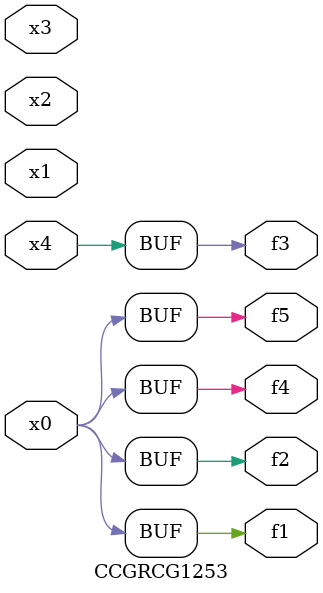
<source format=v>
module CCGRCG1253(
	input x0, x1, x2, x3, x4,
	output f1, f2, f3, f4, f5
);
	assign f1 = x0;
	assign f2 = x0;
	assign f3 = x4;
	assign f4 = x0;
	assign f5 = x0;
endmodule

</source>
